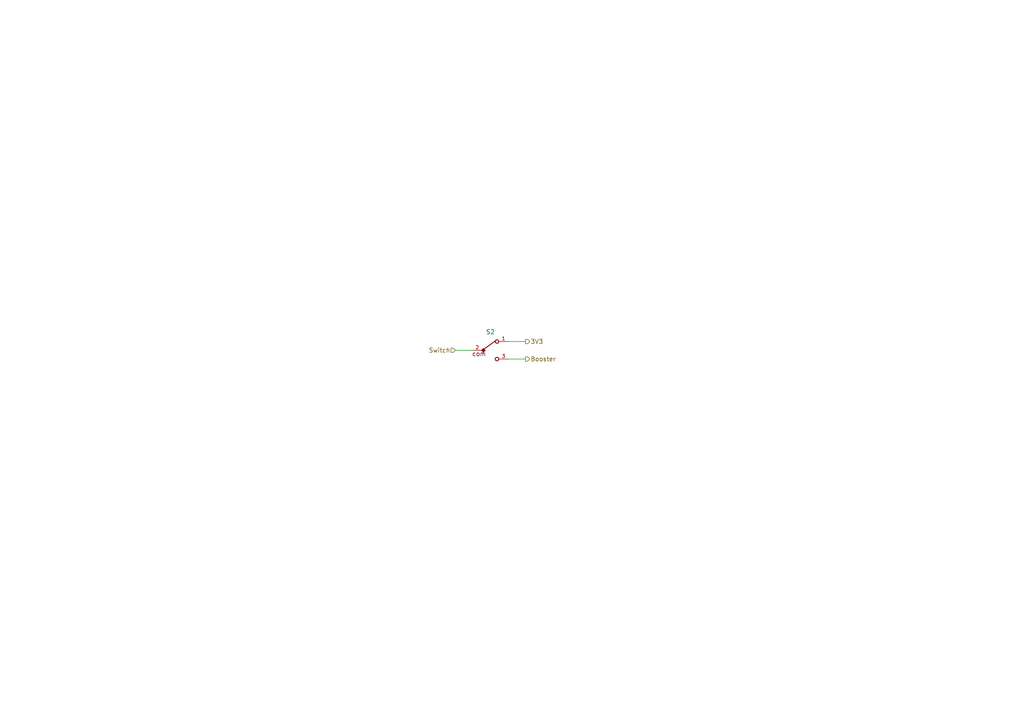
<source format=kicad_sch>
(kicad_sch (version 20231120) (generator "eeschema") (generator_version "8.0")
  (paper "A4")
  (lib_symbols
    (symbol "450406020024:450406020024" (pin_names (offset 1.016))
      (property "Reference" "S" (at 0 3.81 0))
      (property "Value" "450406020024" (at 0 -6.35 0))
      (symbol "450406020024_0_0"
        (polyline (pts (xy -1.646 0.5) (xy 1.4 2.7)) (stroke (width 0.254)))
        (polyline (pts (xy -2.032 -0.508) (xy -2.54 0) (xy -2.032 0.508) (xy -1.524 0) (xy -2.032 -0.508)) (stroke (width 0.254)) (fill (type outline)))
        (circle (center 1.905 -2.54) (radius 0.508) (stroke (width 0.254)))
        (circle (center 1.905 2.54) (radius 0.508) (stroke (width 0.254)))
        (text "com" (at -3.302 -1.778 0) (effects (font (size 1.27 1.27)) (justify bottom)))
        (pin passive line (at 5.08 2.54 180) (length 2.54) (name "~") (number "1"))
        (pin passive line (at -5.08 0 0) (length 2.54) (name "~") (number "2"))
        (pin passive line (at 5.08 -2.54 180) (length 2.54) (name "~") (number "3"))
      )
    )
  )
  (wire (pts (xy 147.32 104.14) (xy 152.4 104.14)))
  (wire (pts (xy 132.08 101.6) (xy 137.16 101.6)))
  (wire (pts (xy 147.32 99.06) (xy 152.4 99.06)))
  (hierarchical_label "3V3" (shape output) (at 152.4 99.06 0))
  (hierarchical_label "Switch" (shape input) (at 132.08 101.6 180))
  (hierarchical_label "Booster" (shape output) (at 152.4 104.14 0))
  (symbol (lib_id "450406020024:450406020024") (at 142.24 101.6 0) (unit 1)
    (property "Reference" "S2" (at 142.24 96.266 0))
    (property "Value" "450406020024" (effects (hide yes)))
    (property "Footprint" "footprints:450406020024" (effects (hide yes)))
    (property "IR" "300mA" (effects (hide yes)))
    (property "VR" "6V (DC)" (effects (hide yes)))
    (property "DATASHEET-URL" "https://www.we-online.com/redexpert/spec/450406020024?ae" (effects (hide yes)))
    (property "SCHEMATIC" "SPDT" (effects (hide yes)))
    (property "PART-NUMBER" "450406020024" (effects (hide yes)))
    (property "OPERATION-FORCE" "350g" (effects (hide yes)))
  )
)
</source>
